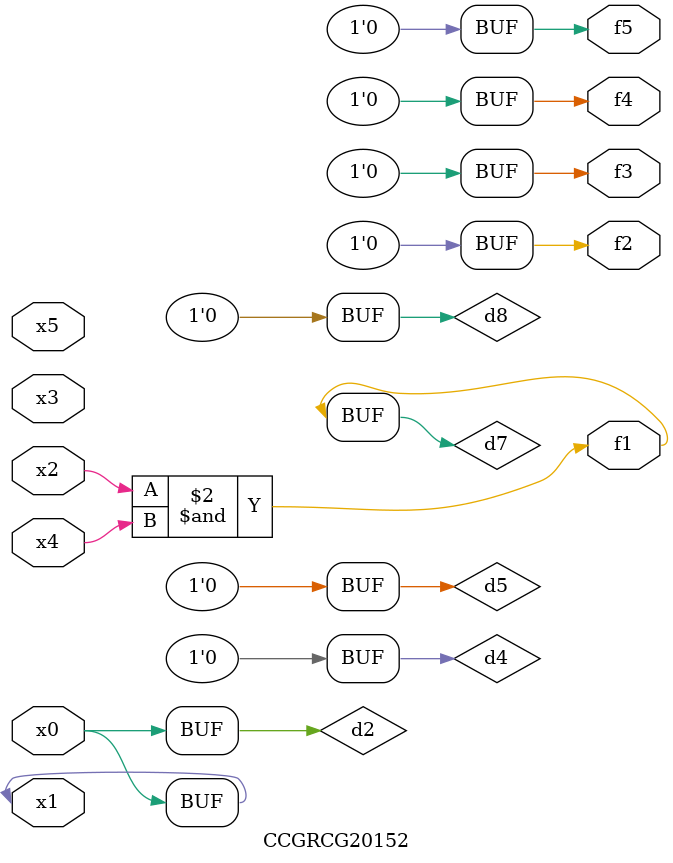
<source format=v>
module CCGRCG20152(
	input x0, x1, x2, x3, x4, x5,
	output f1, f2, f3, f4, f5
);

	wire d1, d2, d3, d4, d5, d6, d7, d8, d9;

	nand (d1, x1);
	buf (d2, x0, x1);
	nand (d3, x2, x4);
	and (d4, d1, d2);
	and (d5, d1, d2);
	nand (d6, d1, d3);
	not (d7, d3);
	xor (d8, d5);
	nor (d9, d5, d6);
	assign f1 = d7;
	assign f2 = d8;
	assign f3 = d8;
	assign f4 = d8;
	assign f5 = d8;
endmodule

</source>
